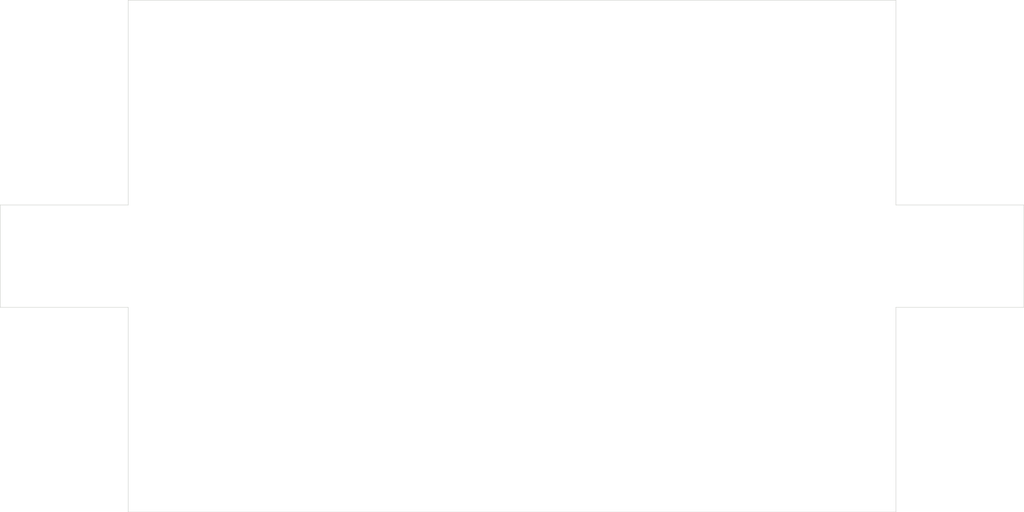
<source format=kicad_pcb>
(kicad_pcb (version 4) (host pcbnew 4.0.2+dfsg1-stable)

  (general
    (links 0)
    (no_connects 0)
    (area 43.578599 45.073899 243.678601 145.173901)
    (thickness 1.6)
    (drawings 12)
    (tracks 0)
    (zones 0)
    (modules 0)
    (nets 1)
  )

  (page A4)
  (layers
    (0 F.Cu signal)
    (31 B.Cu signal)
    (32 B.Adhes user)
    (33 F.Adhes user)
    (34 B.Paste user)
    (35 F.Paste user)
    (36 B.SilkS user)
    (37 F.SilkS user)
    (38 B.Mask user)
    (39 F.Mask user)
    (40 Dwgs.User user)
    (41 Cmts.User user)
    (42 Eco1.User user)
    (43 Eco2.User user)
    (44 Edge.Cuts user)
    (45 Margin user)
    (46 B.CrtYd user)
    (47 F.CrtYd user)
    (48 B.Fab user)
    (49 F.Fab user)
  )

  (setup
    (last_trace_width 0.25)
    (trace_clearance 0.2)
    (zone_clearance 0.508)
    (zone_45_only no)
    (trace_min 0.2)
    (segment_width 0.2)
    (edge_width 0.15)
    (via_size 0.6)
    (via_drill 0.4)
    (via_min_size 0.4)
    (via_min_drill 0.3)
    (uvia_size 0.3)
    (uvia_drill 0.1)
    (uvias_allowed no)
    (uvia_min_size 0.2)
    (uvia_min_drill 0.1)
    (pcb_text_width 0.3)
    (pcb_text_size 1.5 1.5)
    (mod_edge_width 0.15)
    (mod_text_size 1 1)
    (mod_text_width 0.15)
    (pad_size 1.524 1.524)
    (pad_drill 0.762)
    (pad_to_mask_clearance 0.2)
    (aux_axis_origin 0 0)
    (visible_elements FFFFFF7F)
    (pcbplotparams
      (layerselection 0x00030_80000001)
      (usegerberextensions false)
      (excludeedgelayer true)
      (linewidth 0.100000)
      (plotframeref false)
      (viasonmask false)
      (mode 1)
      (useauxorigin false)
      (hpglpennumber 1)
      (hpglpenspeed 20)
      (hpglpendiameter 15)
      (hpglpenoverlay 2)
      (psnegative false)
      (psa4output false)
      (plotreference true)
      (plotvalue true)
      (plotinvisibletext false)
      (padsonsilk false)
      (subtractmaskfromsilk false)
      (outputformat 1)
      (mirror false)
      (drillshape 1)
      (scaleselection 1)
      (outputdirectory ""))
  )

  (net 0 "")

  (net_class Default "This is the default net class."
    (clearance 0.2)
    (trace_width 0.25)
    (via_dia 0.6)
    (via_drill 0.4)
    (uvia_dia 0.3)
    (uvia_drill 0.1)
  )

  (gr_line (start 68.6286 85.1239) (end 68.6286 45.1239) (layer Edge.Cuts) (width 0.1))
  (gr_line (start 43.6286 85.1239) (end 68.6286 85.1239) (layer Edge.Cuts) (width 0.1))
  (gr_line (start 43.6286 105.1239) (end 43.6286 85.1239) (layer Edge.Cuts) (width 0.1))
  (gr_line (start 68.6286 105.1239) (end 43.6286 105.1239) (layer Edge.Cuts) (width 0.1))
  (gr_line (start 68.6286 145.1239) (end 68.6286 105.1239) (layer Edge.Cuts) (width 0.1))
  (gr_line (start 218.6286 145.1239) (end 68.6286 145.1239) (layer Edge.Cuts) (width 0.1))
  (gr_line (start 218.6286 105.1239) (end 218.6286 145.1239) (layer Edge.Cuts) (width 0.1))
  (gr_line (start 243.6286 105.1239) (end 218.6286 105.1239) (layer Edge.Cuts) (width 0.1))
  (gr_line (start 243.6286 85.1239) (end 243.6286 105.1239) (layer Edge.Cuts) (width 0.1))
  (gr_line (start 218.6286 85.1239) (end 243.6286 85.1239) (layer Edge.Cuts) (width 0.1))
  (gr_line (start 218.6286 45.1239) (end 218.6286 85.1239) (layer Edge.Cuts) (width 0.1))
  (gr_line (start 68.6286 45.1239) (end 218.6286 45.1239) (layer Edge.Cuts) (width 0.1))

)

</source>
